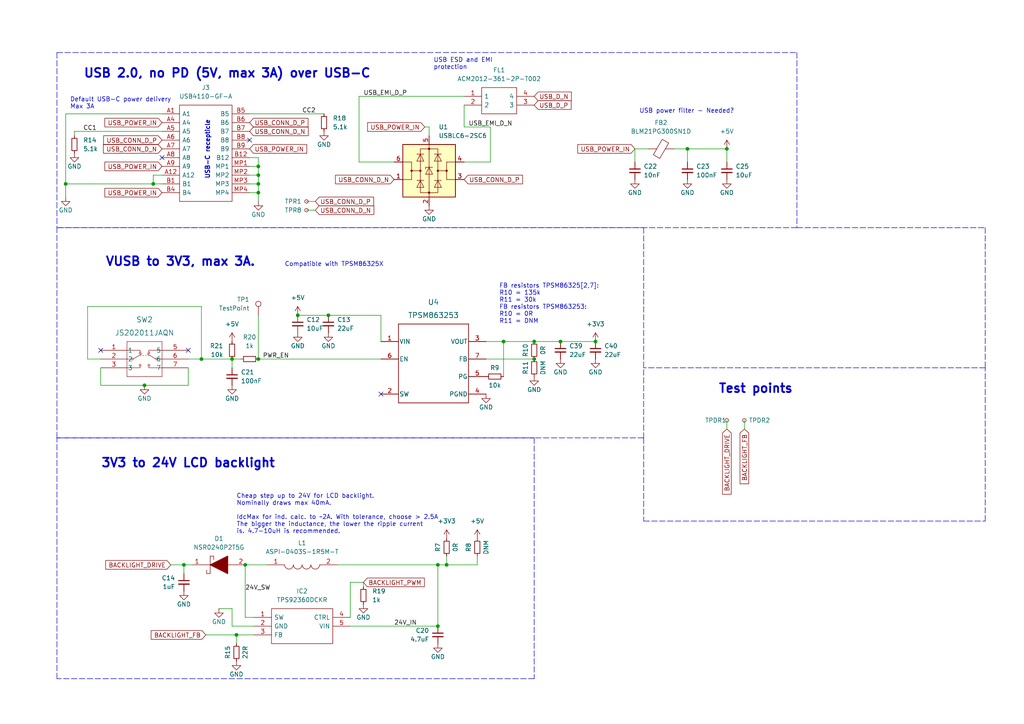
<source format=kicad_sch>
(kicad_sch (version 20211123) (generator eeschema)
  (paper "A4")
  (lib_symbols
    (symbol "Connector:TestPoint" (pin_numbers hide) (pin_names (offset 0.762) hide)
      (property "Reference" "TP" (at 0 6.858 0))
      (property "Value" "TestPoint" (at 0 5.08 0))
      (symbol "TestPoint_0_1"
        (circle (center 0 3.302) (radius 0.762))
      )
      (symbol "TestPoint_1_1"
        (pin passive line (at 0 0 90) (length 2.54) (name "1") (number "1"))
      )
    )
    (symbol "Connector:TestPoint_Small" (pin_numbers hide) (pin_names (offset 0.762) hide)
      (property "Reference" "TP" (at 0 3.81 0))
      (property "Value" "TestPoint_Small" (at 0 2.032 0))
      (symbol "TestPoint_Small_0_1"
        (circle (center 0 0) (radius 0.508))
      )
      (symbol "TestPoint_Small_1_1"
        (pin passive line (at 0 0 90) (length 0) (name "1") (number "1"))
      )
    )
    (symbol "Device:C_Small" (pin_numbers hide) (pin_names (offset 0.254) hide)
      (property "Reference" "C" (at 0.254 1.778 0))
      (property "Value" "C_Small" (at 0.254 -2.032 0))
      (symbol "C_Small_0_1"
        (polyline (pts (xy -1.524 -0.508) (xy 1.524 -0.508)) (stroke (width 0.3302)))
        (polyline (pts (xy -1.524 0.508) (xy 1.524 0.508)) (stroke (width 0.3048)))
      )
      (symbol "C_Small_1_1"
        (pin passive line (at 0 2.54 270) (length 2.032) (name "~") (number "1"))
        (pin passive line (at 0 -2.54 90) (length 2.032) (name "~") (number "2"))
      )
    )
    (symbol "Device:FerriteBead" (pin_numbers hide) (pin_names (offset 0))
      (property "Reference" "FB" (at -3.81 0.635 90))
      (property "Value" "FerriteBead" (at 3.81 0 90))
      (symbol "FerriteBead_0_1"
        (polyline (pts (xy 0 -1.27) (xy 0 -1.2192)))
        (polyline (pts (xy 0 1.27) (xy 0 1.2954)))
        (polyline (pts (xy -2.7686 0.4064) (xy -1.7018 2.2606) (xy 2.7686 -0.3048) (xy 1.6764 -2.159) (xy -2.7686 0.4064)))
      )
      (symbol "FerriteBead_1_1"
        (pin passive line (at 0 3.81 270) (length 2.54) (name "~") (number "1"))
        (pin passive line (at 0 -3.81 90) (length 2.54) (name "~") (number "2"))
      )
    )
    (symbol "Device:R_Small" (pin_numbers hide) (pin_names (offset 0.254) hide)
      (property "Reference" "R" (at 0.762 0.508 0))
      (property "Value" "R_Small" (at 0.762 -1.016 0))
      (symbol "R_Small_0_1"
        (rectangle (start -0.762 1.778) (end 0.762 -1.778) (stroke (width 0.2032)))
      )
      (symbol "R_Small_1_1"
        (pin passive line (at 0 2.54 270) (length 0.762) (name "~") (number "1"))
        (pin passive line (at 0 -2.54 90) (length 0.762) (name "~") (number "2"))
      )
    )
    (symbol "JS202011JAQN:JS202011JAQN" (pin_names (offset 0.254))
      (property "Reference" "SW" (at 12.7 7.62 0))
      (property "Value" "JS202011JAQN" (at 12.7 5.08 0))
      (symbol "JS202011JAQN_0_1"
        (polyline (pts (xy 7.62 -7.62) (xy 17.78 -7.62)) (stroke (width 0.127)))
        (polyline (pts (xy 7.62 -5.08) (xy 11.43 -5.08)) (stroke (width 0.127)))
        (polyline (pts (xy 7.62 -2.54) (xy 8.89 -2.54)) (stroke (width 0.127)))
        (polyline (pts (xy 7.62 0) (xy 11.43 0)) (stroke (width 0.127)))
        (polyline (pts (xy 7.62 2.54) (xy 7.62 -7.62)) (stroke (width 0.127)))
        (polyline (pts (xy 9.398 -2.54) (xy 11.938 -1.016)) (stroke (width 0.127)))
        (polyline (pts (xy 11.43 -4.572) (xy 11.43 -5.08)) (stroke (width 0.127)))
        (polyline (pts (xy 11.43 -1.524) (xy 11.684 -1.524)) (stroke (width 0.127)))
        (polyline (pts (xy 11.43 0) (xy 11.43 -0.508)) (stroke (width 0.127)))
        (polyline (pts (xy 12.192 -1.524) (xy 12.446 -1.524)) (stroke (width 0.127)))
        (polyline (pts (xy 12.954 -1.524) (xy 13.208 -1.524)) (stroke (width 0.127)))
        (polyline (pts (xy 13.716 -1.524) (xy 13.97 -1.524)) (stroke (width 0.127)))
        (polyline (pts (xy 13.97 -4.572) (xy 13.97 -5.08)) (stroke (width 0.127)))
        (polyline (pts (xy 13.97 0) (xy 13.97 -0.508)) (stroke (width 0.127)))
        (polyline (pts (xy 16.002 -2.54) (xy 13.462 -1.016)) (stroke (width 0.127)))
        (polyline (pts (xy 17.78 -7.62) (xy 17.78 2.54)) (stroke (width 0.127)))
        (polyline (pts (xy 17.78 -5.08) (xy 13.97 -5.08)) (stroke (width 0.127)))
        (polyline (pts (xy 17.78 -2.54) (xy 16.51 -2.54)) (stroke (width 0.127)))
        (polyline (pts (xy 17.78 0) (xy 13.97 0)) (stroke (width 0.127)))
        (polyline (pts (xy 17.78 2.54) (xy 7.62 2.54)) (stroke (width 0.127)))
        (circle (center 9.144 -2.54) (radius 0.254) (stroke (width 0.127)))
        (circle (center 11.43 -4.318) (radius 0.254) (stroke (width 0.127)))
        (circle (center 11.43 -0.762) (radius 0.254) (stroke (width 0.127)))
        (circle (center 13.97 -4.318) (radius 0.254) (stroke (width 0.127)))
        (circle (center 13.97 -0.762) (radius 0.254) (stroke (width 0.127)))
        (circle (center 16.256 -2.54) (radius 0.254) (stroke (width 0.127)))
        (pin unspecified line (at 0 0 0) (length 7.62) (name "1") (number "1"))
        (pin unspecified line (at 0 -2.54 0) (length 7.62) (name "2") (number "2"))
        (pin unspecified line (at 0 -5.08 0) (length 7.62) (name "3") (number "3"))
        (pin unspecified line (at 25.4 0 180) (length 7.62) (name "5") (number "5"))
        (pin unspecified line (at 25.4 -2.54 180) (length 7.62) (name "6") (number "6"))
        (pin unspecified line (at 25.4 -5.08 180) (length 7.62) (name "7") (number "7"))
      )
    )
    (symbol "Power_Protection:USBLC6-2SC6" (pin_names hide)
      (property "Reference" "U" (at 2.54 8.89 0))
      (property "Value" "USBLC6-2SC6" (at 2.54 -8.89 0))
      (symbol "USBLC6-2SC6_0_1"
        (rectangle (start -7.62 -7.62) (end 7.62 7.62) (stroke (width 0.254)) (fill (type background)))
        (circle (center -5.08 0) (radius 0.254) (fill (type outline)))
        (circle (center -2.54 0) (radius 0.254) (fill (type outline)))
        (rectangle (start -2.54 6.35) (end 2.54 -6.35))
        (circle (center 0 -6.35) (radius 0.254) (fill (type outline)))
        (polyline (pts (xy -5.08 -2.54) (xy -7.62 -2.54)))
        (polyline (pts (xy -5.08 0) (xy -5.08 -2.54)))
        (polyline (pts (xy -5.08 2.54) (xy -7.62 2.54)))
        (polyline (pts (xy -1.524 -2.794) (xy -3.556 -2.794)))
        (polyline (pts (xy -1.524 4.826) (xy -3.556 4.826)))
        (polyline (pts (xy 0 -7.62) (xy 0 -6.35)))
        (polyline (pts (xy 0 -6.35) (xy 0 1.27)))
        (polyline (pts (xy 0 1.27) (xy 0 6.35)))
        (polyline (pts (xy 0 6.35) (xy 0 7.62)))
        (polyline (pts (xy 1.524 -2.794) (xy 3.556 -2.794)))
        (polyline (pts (xy 1.524 4.826) (xy 3.556 4.826)))
        (polyline (pts (xy 5.08 -2.54) (xy 7.62 -2.54)))
        (polyline (pts (xy 5.08 0) (xy 5.08 -2.54)))
        (polyline (pts (xy 5.08 2.54) (xy 7.62 2.54)))
        (polyline (pts (xy -2.54 0) (xy -5.08 0) (xy -5.08 2.54)))
        (polyline (pts (xy 2.54 0) (xy 5.08 0) (xy 5.08 2.54)))
        (polyline (pts (xy -3.556 -4.826) (xy -1.524 -4.826) (xy -2.54 -2.794) (xy -3.556 -4.826)))
        (polyline (pts (xy -3.556 2.794) (xy -1.524 2.794) (xy -2.54 4.826) (xy -3.556 2.794)))
        (polyline (pts (xy -1.016 -1.016) (xy 1.016 -1.016) (xy 0 1.016) (xy -1.016 -1.016)))
        (polyline (pts (xy 1.016 1.016) (xy 0.762 1.016) (xy -1.016 1.016) (xy -1.016 0.508)))
        (polyline (pts (xy 3.556 -4.826) (xy 1.524 -4.826) (xy 2.54 -2.794) (xy 3.556 -4.826)))
        (polyline (pts (xy 3.556 2.794) (xy 1.524 2.794) (xy 2.54 4.826) (xy 3.556 2.794)))
        (circle (center 0 6.35) (radius 0.254) (fill (type outline)))
        (circle (center 2.54 0) (radius 0.254) (fill (type outline)))
        (circle (center 5.08 0) (radius 0.254) (fill (type outline)))
      )
      (symbol "USBLC6-2SC6_1_1"
        (pin passive line (at -10.16 -2.54 0) (length 2.54) (name "I/O1") (number "1"))
        (pin passive line (at 0 -10.16 90) (length 2.54) (name "GND") (number "2"))
        (pin passive line (at 10.16 -2.54 180) (length 2.54) (name "I/O2") (number "3"))
        (pin passive line (at 10.16 2.54 180) (length 2.54) (name "I/O2") (number "4"))
        (pin passive line (at 0 10.16 270) (length 2.54) (name "VBUS") (number "5"))
        (pin passive line (at -10.16 2.54 0) (length 2.54) (name "I/O1") (number "6"))
      )
    )
    (symbol "SamacSys_Parts:ACM2012-201-2P-T001" (pin_names (offset 0.762))
      (property "Reference" "FL" (at 16.51 7.62 0))
      (property "Value" "ACM2012-201-2P-T001" (at 16.51 5.08 0))
      (symbol "ACM2012-201-2P-T001_0_0"
        (pin passive line (at 0 0 0) (length 5.08) (name "1") (number "1"))
        (pin passive line (at 0 -2.54 0) (length 5.08) (name "2") (number "2"))
        (pin passive line (at 20.32 -2.54 180) (length 5.08) (name "3") (number "3"))
        (pin passive line (at 20.32 0 180) (length 5.08) (name "4") (number "4"))
      )
      (symbol "ACM2012-201-2P-T001_0_1"
        (polyline (pts (xy 5.08 2.54) (xy 15.24 2.54) (xy 15.24 -5.08) (xy 5.08 -5.08) (xy 5.08 2.54)) (stroke (width 0.1524)))
      )
    )
    (symbol "SamacSys_Parts:ASPI-0403S-332M-T" (pin_names (offset 0.762))
      (property "Reference" "L" (at 16.51 6.35 0))
      (property "Value" "ASPI-0403S-332M-T" (at 16.51 3.81 0))
      (symbol "ASPI-0403S-332M-T_0_0"
        (pin passive line (at 0 0 0) (length 5.08) (name "~") (number "1"))
        (pin passive line (at 20.32 0 180) (length 5.08) (name "~") (number "2"))
      )
      (symbol "ASPI-0403S-332M-T_0_1"
        (arc (start 5.08 0) (mid 6.35 -1.3218) (end 7.62 0) (stroke (width 0.1524)))
        (arc (start 7.62 0) (mid 8.89 -1.3218) (end 10.16 0) (stroke (width 0.1524)))
        (arc (start 10.16 0) (mid 11.43 -1.3218) (end 12.7 0) (stroke (width 0.1524)))
        (arc (start 12.7 0) (mid 13.97 -1.3218) (end 15.24 0) (stroke (width 0.1524)))
      )
    )
    (symbol "SamacSys_Parts:NSR0240P2T5G" (pin_names (offset 0.762))
      (property "Reference" "D" (at 12.7 8.89 0))
      (property "Value" "NSR0240P2T5G" (at 12.7 6.35 0))
      (symbol "NSR0240P2T5G_0_0"
        (pin passive line (at 2.54 0 0) (length 2.54) (name "~") (number "1"))
        (pin passive line (at 17.78 0 180) (length 2.54) (name "~") (number "2"))
      )
      (symbol "NSR0240P2T5G_0_1"
        (polyline (pts (xy 5.08 0) (xy 7.62 0)) (stroke (width 0.1524)))
        (polyline (pts (xy 7.62 2.54) (xy 7.62 -2.54)) (stroke (width 0.1524)))
        (polyline (pts (xy 12.7 0) (xy 15.24 0)) (stroke (width 0.1524)))
        (polyline (pts (xy 7.62 -2.54) (xy 6.604 -2.54) (xy 6.604 -1.524)) (stroke (width 0.1524)))
        (polyline (pts (xy 7.62 2.54) (xy 8.636 2.54) (xy 8.636 1.524)) (stroke (width 0.1524)))
        (polyline (pts (xy 7.62 0) (xy 12.7 2.54) (xy 12.7 -2.54) (xy 7.62 0)) (stroke (width 0.254)) (fill (type outline)))
      )
    )
    (symbol "SamacSys_Parts:TPS92360DCKR" (pin_names (offset 0.762))
      (property "Reference" "IC" (at 24.13 7.62 0))
      (property "Value" "TPS92360DCKR" (at 24.13 5.08 0))
      (symbol "TPS92360DCKR_0_0"
        (pin passive line (at 0 0 0) (length 5.08) (name "SW") (number "1"))
        (pin passive line (at 0 -2.54 0) (length 5.08) (name "GND") (number "2"))
        (pin passive line (at 0 -5.08 0) (length 5.08) (name "FB") (number "3"))
        (pin passive line (at 27.94 0 180) (length 5.08) (name "CTRL") (number "4"))
        (pin passive line (at 27.94 -2.54 180) (length 5.08) (name "VIN") (number "5"))
      )
      (symbol "TPS92360DCKR_0_1"
        (polyline (pts (xy 5.08 2.54) (xy 22.86 2.54) (xy 22.86 -7.62) (xy 5.08 -7.62) (xy 5.08 2.54)) (stroke (width 0.1524)))
      )
    )
    (symbol "SamacSys_Parts:USB4110-GF-A" (pin_names (offset 0.762))
      (property "Reference" "J" (at 21.59 7.62 0))
      (property "Value" "USB4110-GF-A" (at 21.59 5.08 0))
      (symbol "USB4110-GF-A_0_0"
        (pin passive line (at 0 0 0) (length 5.08) (name "A1") (number "A1"))
        (pin passive line (at 0 -17.78 0) (length 5.08) (name "A12") (number "A12"))
        (pin passive line (at 0 -2.54 0) (length 5.08) (name "A4") (number "A4"))
        (pin passive line (at 0 -5.08 0) (length 5.08) (name "A5") (number "A5"))
        (pin passive line (at 0 -7.62 0) (length 5.08) (name "A6") (number "A6"))
        (pin passive line (at 0 -10.16 0) (length 5.08) (name "A7") (number "A7"))
        (pin passive line (at 0 -12.7 0) (length 5.08) (name "A8") (number "A8"))
        (pin passive line (at 0 -15.24 0) (length 5.08) (name "A9") (number "A9"))
        (pin passive line (at 0 -20.32 0) (length 5.08) (name "B1") (number "B1"))
        (pin passive line (at 25.4 -12.7 180) (length 5.08) (name "B12") (number "B12"))
        (pin passive line (at 0 -22.86 0) (length 5.08) (name "B4") (number "B4"))
        (pin passive line (at 25.4 0 180) (length 5.08) (name "B5") (number "B5"))
        (pin passive line (at 25.4 -2.54 180) (length 5.08) (name "B6") (number "B6"))
        (pin passive line (at 25.4 -5.08 180) (length 5.08) (name "B7") (number "B7"))
        (pin passive line (at 25.4 -7.62 180) (length 5.08) (name "B8") (number "B8"))
        (pin passive line (at 25.4 -10.16 180) (length 5.08) (name "B9") (number "B9"))
        (pin passive line (at 25.4 -15.24 180) (length 5.08) (name "MP1") (number "MP1"))
        (pin passive line (at 25.4 -17.78 180) (length 5.08) (name "MP2") (number "MP2"))
        (pin passive line (at 25.4 -20.32 180) (length 5.08) (name "MP3") (number "MP3"))
        (pin passive line (at 25.4 -22.86 180) (length 5.08) (name "MP4") (number "MP4"))
      )
      (symbol "USB4110-GF-A_0_1"
        (polyline (pts (xy 5.08 2.54) (xy 20.32 2.54) (xy 20.32 -25.4) (xy 5.08 -25.4) (xy 5.08 2.54)) (stroke (width 0.1524)))
      )
    )
    (symbol "power:+3V3" (power) (pin_names (offset 0))
      (property "Value" "+3V3" (at 0 3.556 0))
      (symbol "+3V3_0_1"
        (polyline (pts (xy -0.762 1.27) (xy 0 2.54)))
        (polyline (pts (xy 0 0) (xy 0 2.54)))
        (polyline (pts (xy 0 2.54) (xy 0.762 1.27)))
      )
      (symbol "+3V3_1_1"
        (pin power_in line (at 0 0 90) (length 0) hide (name "+3V3") (number "1"))
      )
    )
    (symbol "power:+5V" (power) (pin_names (offset 0))
      (property "Value" "+5V" (at 0 3.556 0))
      (symbol "+5V_0_1"
        (polyline (pts (xy -0.762 1.27) (xy 0 2.54)))
        (polyline (pts (xy 0 0) (xy 0 2.54)))
        (polyline (pts (xy 0 2.54) (xy 0.762 1.27)))
      )
      (symbol "+5V_1_1"
        (pin power_in line (at 0 0 90) (length 0) hide (name "+5V") (number "1"))
      )
    )
    (symbol "power:GND" (power) (pin_names (offset 0))
      (property "Value" "GND" (at 0 -3.81 0))
      (symbol "GND_0_1"
        (polyline (pts (xy 0 0) (xy 0 -1.27) (xy 1.27 -1.27) (xy 0 -2.54) (xy -1.27 -1.27) (xy 0 -1.27)))
      )
      (symbol "GND_1_1"
        (pin power_in line (at 0 0 270) (length 0) hide (name "GND") (number "1"))
      )
    )
    (symbol "ul_PTPSM863252RDXR:PTPSM863252RDXR" (pin_names (offset 0.254))
      (property "Reference" "U" (at 0 2.54 0))
      (property "Value" "PTPSM863252RDXR" (at 0 0 0))
      (symbol "PTPSM863252RDXR_0_1"
        (polyline (pts (xy 5.08 -17.78) (xy 25.4 -17.78)) (stroke (width 0.2032)))
        (polyline (pts (xy 5.08 5.08) (xy 5.08 -17.78)) (stroke (width 0.2032)))
        (polyline (pts (xy 25.4 -17.78) (xy 25.4 5.08)) (stroke (width 0.2032)))
        (polyline (pts (xy 25.4 5.08) (xy 5.08 5.08)) (stroke (width 0.2032)))
        (pin power_in line (at 0 0 0) (length 5.08) (name "VIN") (number "1"))
        (pin unspecified line (at 0 -15.24 0) (length 5.08) (name "SW") (number "2"))
        (pin power_in line (at 30.48 0 180) (length 5.08) (name "VOUT") (number "3"))
        (pin power_in line (at 30.48 -15.24 180) (length 5.08) (name "PGND") (number "4"))
        (pin open_collector line (at 30.48 -10.16 180) (length 5.08) (name "PG") (number "5"))
        (pin input line (at 0 -5.08 0) (length 5.08) (name "EN") (number "6"))
        (pin unspecified line (at 30.48 -5.08 180) (length 5.08) (name "FB") (number "7"))
      )
    )
  )
  (junction (at 146.05 99.06))
  (junction (at 129.54 163.83))
  (junction (at 19.05 53.34))
  (junction (at 210.82 43.18))
  (junction (at 41.91 111.76))
  (junction (at 74.93 50.8))
  (junction (at 74.93 55.88))
  (junction (at 74.93 48.26))
  (junction (at 127 163.83))
  (junction (at 53.34 163.83))
  (junction (at 44.45 53.34))
  (junction (at 74.93 53.34))
  (junction (at 86.36 91.44))
  (junction (at 67.31 104.14))
  (junction (at 58.42 104.14))
  (junction (at 162.56 99.06))
  (junction (at 199.39 43.18))
  (junction (at 95.25 91.44))
  (junction (at 74.93 104.14))
  (junction (at 68.58 184.15))
  (junction (at 154.94 104.14))
  (junction (at 71.12 163.83))
  (junction (at 127 181.61))
  (junction (at 172.72 99.06))
  (junction (at 154.94 99.06))
  (no_connect (at 110.49 114.3))
  (no_connect (at 72.39 40.64))
  (no_connect (at 46.99 45.72))
  (no_connect (at 29.21 101.6))
  (no_connect (at 54.61 101.6))
  (polyline (pts (xy 186.69 127) (xy 16.51 127)))
  (wire (pts (xy 72.39 33.02) (xy 93.98 33.02)))
  (wire (pts (xy 63.5 176.53) (xy 67.31 176.53)))
  (wire (pts (xy 19.05 53.34) (xy 19.05 33.02)))
  (wire (pts (xy 71.12 179.07) (xy 73.66 179.07)))
  (wire (pts (xy 72.39 53.34) (xy 74.93 53.34)))
  (polyline (pts (xy 285.75 151.13) (xy 285.75 106.68)))
  (wire (pts (xy 127 163.83) (xy 129.54 163.83)))
  (polyline (pts (xy 154.94 196.85) (xy 16.51 196.85)))
  (wire (pts (xy 215.9 121.92) (xy 215.9 124.46)))
  (wire (pts (xy 74.93 53.34) (xy 74.93 50.8)))
  (polyline (pts (xy 231.14 66.04) (xy 16.51 66.04)))
  (wire (pts (xy 72.39 50.8) (xy 74.93 50.8)))
  (wire (pts (xy 67.31 181.61) (xy 73.66 181.61)))
  (wire (pts (xy 72.39 48.26) (xy 74.93 48.26)))
  (wire (pts (xy 129.54 163.83) (xy 129.54 161.29)))
  (wire (pts (xy 210.82 43.18) (xy 199.39 43.18)))
  (wire (pts (xy 68.58 186.69) (xy 68.58 184.15)))
  (wire (pts (xy 19.05 33.02) (xy 46.99 33.02)))
  (wire (pts (xy 74.93 104.14) (xy 110.49 104.14)))
  (wire (pts (xy 53.34 163.83) (xy 55.88 163.83)))
  (wire (pts (xy 44.45 53.34) (xy 46.99 53.34)))
  (wire (pts (xy 86.36 91.44) (xy 95.25 91.44)))
  (wire (pts (xy 74.93 55.88) (xy 74.93 53.34)))
  (wire (pts (xy 29.21 111.76) (xy 29.21 106.68)))
  (wire (pts (xy 95.25 91.44) (xy 110.49 91.44)))
  (wire (pts (xy 210.82 121.92) (xy 210.82 124.46)))
  (wire (pts (xy 142.24 46.99) (xy 142.24 36.83)))
  (wire (pts (xy 123.19 36.83) (xy 124.46 36.83)))
  (wire (pts (xy 114.3 46.99) (xy 104.14 46.99)))
  (wire (pts (xy 146.05 99.06) (xy 140.97 99.06)))
  (polyline (pts (xy 16.51 127) (xy 154.94 127)))
  (wire (pts (xy 91.44 58.42) (xy 88.9 58.42)))
  (wire (pts (xy 110.49 91.44) (xy 110.49 99.06)))
  (wire (pts (xy 54.61 104.14) (xy 58.42 104.14)))
  (polyline (pts (xy 285.75 66.04) (xy 285.75 106.68)))
  (polyline (pts (xy 16.51 66.04) (xy 186.69 66.04)))
  (polyline (pts (xy 186.69 66.04) (xy 186.69 127)))
  (wire (pts (xy 67.31 104.14) (xy 67.31 106.68)))
  (wire (pts (xy 104.14 27.94) (xy 134.62 27.94)))
  (wire (pts (xy 58.42 88.9) (xy 25.4 88.9)))
  (wire (pts (xy 74.93 58.42) (xy 74.93 55.88)))
  (wire (pts (xy 77.47 163.83) (xy 71.12 163.83)))
  (wire (pts (xy 127 181.61) (xy 101.6 181.61)))
  (polyline (pts (xy 231.14 15.24) (xy 231.14 66.04)))
  (wire (pts (xy 124.46 36.83) (xy 124.46 39.37)))
  (polyline (pts (xy 285.75 106.68) (xy 186.69 106.68)))
  (polyline (pts (xy 186.69 151.13) (xy 285.75 151.13)))
  (polyline (pts (xy 16.51 15.24) (xy 16.51 66.04)))
  (wire (pts (xy 21.59 38.1) (xy 21.59 39.37)))
  (wire (pts (xy 25.4 88.9) (xy 25.4 104.14)))
  (wire (pts (xy 142.24 36.83) (xy 134.62 36.83)))
  (wire (pts (xy 54.61 111.76) (xy 54.61 106.68)))
  (wire (pts (xy 68.58 184.15) (xy 73.66 184.15)))
  (wire (pts (xy 140.97 104.14) (xy 154.94 104.14)))
  (polyline (pts (xy 16.51 15.24) (xy 231.14 15.24)))
  (wire (pts (xy 184.15 46.99) (xy 184.15 43.18)))
  (wire (pts (xy 58.42 104.14) (xy 67.31 104.14)))
  (polyline (pts (xy 186.69 127) (xy 186.69 151.13)))
  (wire (pts (xy 59.69 184.15) (xy 68.58 184.15)))
  (wire (pts (xy 104.14 46.99) (xy 104.14 27.94)))
  (wire (pts (xy 41.91 111.76) (xy 54.61 111.76)))
  (wire (pts (xy 19.05 53.34) (xy 44.45 53.34)))
  (wire (pts (xy 74.93 91.44) (xy 74.93 104.14)))
  (wire (pts (xy 129.54 163.83) (xy 138.43 163.83)))
  (wire (pts (xy 162.56 99.06) (xy 172.72 99.06)))
  (wire (pts (xy 72.39 55.88) (xy 74.93 55.88)))
  (wire (pts (xy 146.05 99.06) (xy 146.05 109.22)))
  (wire (pts (xy 44.45 50.8) (xy 44.45 53.34)))
  (wire (pts (xy 46.99 38.1) (xy 21.59 38.1)))
  (polyline (pts (xy 154.94 127) (xy 154.94 196.85)))
  (polyline (pts (xy 16.51 127) (xy 16.51 66.04)))
  (wire (pts (xy 199.39 43.18) (xy 199.39 46.99)))
  (wire (pts (xy 53.34 163.83) (xy 53.34 166.37)))
  (wire (pts (xy 101.6 168.91) (xy 105.41 168.91)))
  (wire (pts (xy 71.12 163.83) (xy 71.12 179.07)))
  (wire (pts (xy 154.94 99.06) (xy 146.05 99.06)))
  (wire (pts (xy 101.6 179.07) (xy 101.6 168.91)))
  (wire (pts (xy 67.31 104.14) (xy 69.85 104.14)))
  (wire (pts (xy 195.58 43.18) (xy 199.39 43.18)))
  (wire (pts (xy 210.82 46.99) (xy 210.82 43.18)))
  (wire (pts (xy 74.93 45.72) (xy 72.39 45.72)))
  (wire (pts (xy 138.43 163.83) (xy 138.43 161.29)))
  (wire (pts (xy 134.62 46.99) (xy 142.24 46.99)))
  (wire (pts (xy 19.05 57.15) (xy 19.05 53.34)))
  (wire (pts (xy 74.93 48.26) (xy 74.93 45.72)))
  (wire (pts (xy 74.93 50.8) (xy 74.93 48.26)))
  (wire (pts (xy 91.44 60.96) (xy 88.9 60.96)))
  (polyline (pts (xy 16.51 196.85) (xy 16.51 127)))
  (wire (pts (xy 105.41 168.91) (xy 105.41 170.18)))
  (wire (pts (xy 49.53 163.83) (xy 53.34 163.83)))
  (wire (pts (xy 127 163.83) (xy 127 181.61)))
  (wire (pts (xy 46.99 50.8) (xy 44.45 50.8)))
  (wire (pts (xy 67.31 176.53) (xy 67.31 181.61)))
  (wire (pts (xy 154.94 99.06) (xy 162.56 99.06)))
  (wire (pts (xy 134.62 36.83) (xy 134.62 30.48)))
  (wire (pts (xy 58.42 104.14) (xy 58.42 88.9)))
  (polyline (pts (xy 231.14 66.04) (xy 285.75 66.04)))
  (wire (pts (xy 184.15 43.18) (xy 187.96 43.18)))
  (wire (pts (xy 97.79 163.83) (xy 127 163.83)))
  (wire (pts (xy 41.91 111.76) (xy 29.21 111.76)))
  (wire (pts (xy 25.4 104.14) (xy 29.21 104.14)))
  (text "Test points" (at 208.28 114.3 0) (effects (font (size 2.54 2.54) (thickness 0.508) bold) (justify left bottom)))
  (text "USB ESD and EMI\nprotection" (at 125.73 20.32 0) (effects (font (size 1.27 1.27)) (justify left bottom)))
  (text "FB resistors TPSM86325[2,7]:\nR10 = 135k\nR11 = 30k\nFB resistors TPSM863253:\nR10 = 0R\nR11 = DNM" (at 144.78 93.98 0) (effects (font (size 1.27 1.27)) (justify left bottom)))
  (text "3V3 to 24V LCD backlight" (at 29.21 135.89 0) (effects (font (size 2.54 2.54) (thickness 0.508) bold) (justify left bottom)))
  (text "Compatible with TPSM86325X" (at 82.55 77.47 0) (effects (font (size 1.27 1.27)) (justify left bottom)))
  (text "USB power filter - Needed?" (at 185.42 33.02 0) (effects (font (size 1.27 1.27)) (justify left bottom)))
  (text "USB 2.0, no PD (5V, max 3A) over USB-C" (at 24.13 22.86 0) (effects (font (size 2.54 2.54) (thickness 0.508) bold) (justify left bottom)))
  (text "USB-C recepticle" (at 60.96 52.07 90) (effects (font (size 1.27 1.27) (thickness 0.254) bold) (justify left bottom)))
  (text "VUSB to 3V3, max 3A." (at 30.48 77.47 0) (effects (font (size 2.54 2.54) (thickness 0.508) bold) (justify left bottom)))
  (text "Default USB-C power delivery\nMax 3A" (at 20.32 31.75 0) (effects (font (size 1.27 1.27)) (justify left bottom)))
  (text "Cheap step up to 24V for LCD backlight. \nNominally draws max 40mA. \n\nIdcMax for ind. calc. to ~2A. With tolerance, choose > 2.5A\nThe bigger the inductance, the lower the ripple current\nis. 4.7-10uH is recommended. " (at 68.58 154.94 0) (effects (font (size 1.27 1.27)) (justify left bottom)))
  (label "24V_IN" (at 114.3 181.61 0))
  (label "PWR_EN" (at 76.2 104.14 0))
  (label "24V_SW" (at 71.12 171.45 0))
  (label "USB_EMI_D_P" (at 105.41 27.94 0))
  (label "CC1" (at 24.13 38.1 0))
  (label "USB_EMI_D_N" (at 135.89 36.83 0))
  (label "CC2" (at 87.63 33.02 0))
  (global_label "USB_CONN_D_N" (shape input) (at 72.39 38.1 0) (property "Intersheet References" "${INTERSHEET_REFS}" (effects hide)))
  (global_label "USB_CONN_D_P" (shape input) (at 72.39 35.56 0) (property "Intersheet References" "${INTERSHEET_REFS}" (effects hide)))
  (global_label "BACKLIGHT_DRIVE" (shape input) (at 49.53 163.83 180) (property "Intersheet References" "${INTERSHEET_REFS}" (effects hide)))
  (global_label "USB_POWER_IN" (shape input) (at 72.39 43.18 0) (property "Intersheet References" "${INTERSHEET_REFS}" (effects hide)))
  (global_label "USB_D_P" (shape input) (at 154.94 30.48 0) (property "Intersheet References" "${INTERSHEET_REFS}" (effects hide)))
  (global_label "USB_POWER_IN" (shape input) (at 123.19 36.83 180) (property "Intersheet References" "${INTERSHEET_REFS}" (effects hide)))
  (global_label "USB_POWER_IN" (shape input) (at 184.15 43.18 180) (property "Intersheet References" "${INTERSHEET_REFS}" (effects hide)))
  (global_label "BACKLIGHT_FB" (shape input) (at 59.69 184.15 180) (property "Intersheet References" "${INTERSHEET_REFS}" (effects hide)))
  (global_label "USB_CONN_D_N" (shape input) (at 114.3 52.07 180) (property "Intersheet References" "${INTERSHEET_REFS}" (effects hide)))
  (global_label "USB_POWER_IN" (shape input) (at 46.99 35.56 180) (property "Intersheet References" "${INTERSHEET_REFS}" (effects hide)))
  (global_label "BACKLIGHT_FB" (shape input) (at 215.9 124.46 270) (property "Intersheet References" "${INTERSHEET_REFS}" (effects hide)))
  (global_label "USB_CONN_D_P" (shape input) (at 91.44 58.42 0) (property "Intersheet References" "${INTERSHEET_REFS}" (effects hide)))
  (global_label "USB_CONN_D_N" (shape input) (at 46.99 43.18 180) (property "Intersheet References" "${INTERSHEET_REFS}" (effects hide)))
  (global_label "USB_D_N" (shape input) (at 154.94 27.94 0) (property "Intersheet References" "${INTERSHEET_REFS}" (effects hide)))
  (global_label "BACKLIGHT_DRIVE" (shape input) (at 210.82 124.46 270) (property "Intersheet References" "${INTERSHEET_REFS}" (effects hide)))
  (global_label "USB_CONN_D_N" (shape input) (at 91.44 60.96 0) (property "Intersheet References" "${INTERSHEET_REFS}" (effects hide)))
  (global_label "USB_CONN_D_P" (shape input) (at 46.99 40.64 180) (property "Intersheet References" "${INTERSHEET_REFS}" (effects hide)))
  (global_label "USB_POWER_IN" (shape input) (at 46.99 48.26 180) (property "Intersheet References" "${INTERSHEET_REFS}" (effects hide)))
  (global_label "BACKLIGHT_PWM" (shape input) (at 105.41 168.91 0) (property "Intersheet References" "${INTERSHEET_REFS}" (effects hide)))
  (global_label "USB_CONN_D_P" (shape input) (at 134.62 52.07 0) (property "Intersheet References" "${INTERSHEET_REFS}" (effects hide)))
  (global_label "USB_POWER_IN" (shape input) (at 46.99 55.88 180) (property "Intersheet References" "${INTERSHEET_REFS}" (effects hide)))
  (symbol (lib_id "Device:C_Small") (at 127 184.15 0) (mirror y) (unit 1)
    (property "Reference" "C20" (at 124.46 182.8862 0) (effects (justify left)))
    (property "Value" "4.7uF" (at 124.46 185.4262 0) (effects (justify left)))
    (property "Footprint" "Capacitor_SMD:C_0603_1608Metric" (effects hide))
    (property "LCSC" "C19666" (effects hide))
  )
  (symbol (lib_id "power:GND") (at 199.39 52.07 0) (unit 1)
    (property "Reference" "#PWR057" (effects hide))
    (property "Value" "GND" (at 199.39 55.88 0))
  )
  (symbol (lib_id "power:GND") (at 124.46 59.69 0) (unit 1)
    (property "Reference" "#PWR051" (effects hide))
    (property "Value" "GND" (at 124.46 63.5 0))
  )
  (symbol (lib_id "power:GND") (at 93.98 38.1 0) (unit 1)
    (property "Reference" "#PWR047" (effects hide))
    (property "Value" "GND" (at 93.98 41.91 0))
  )
  (symbol (lib_id "power:+3V3") (at 172.72 99.06 0) (unit 1)
    (property "Reference" "#PWR035" (effects hide))
    (property "Value" "+3V3" (at 172.72 93.98 0))
  )
  (symbol (lib_id "power:+5V") (at 86.36 91.44 0) (unit 1)
    (property "Reference" "#PWR0107" (effects hide))
    (property "Value" "+5V" (at 86.36 86.36 0))
  )
  (symbol (lib_id "Device:R_Small") (at 129.54 158.75 0) (mirror x) (unit 1)
    (property "Reference" "R7" (at 127 158.75 90))
    (property "Value" "0R" (at 132.08 158.75 90))
    (property "Footprint" "Resistor_SMD:R_0402_1005Metric" (effects hide))
    (property "LCSC" "C279984" (effects hide))
  )
  (symbol (lib_id "Device:R_Small") (at 105.41 172.72 0) (mirror y) (unit 1)
    (property "Reference" "R19" (at 107.95 171.4499 0) (effects (justify right)))
    (property "Value" "1k" (at 107.95 173.9899 0) (effects (justify right)))
    (property "Footprint" "Resistor_SMD:R_0402_1005Metric" (effects hide))
    (property "LCSC" "C279981" (effects hide))
  )
  (symbol (lib_id "SamacSys_Parts:USB4110-GF-A") (at 46.99 33.02 0) (unit 1)
    (property "Reference" "J3" (at 59.69 25.4 0))
    (property "Value" "USB4110-GF-A" (at 59.69 27.94 0))
    (property "Footprint" "USB4110GFA" (effects hide))
    (property "Datasheet" "https://gct.co/files/drawings/usb4110.pdf" (effects hide))
    (property "Description" "CONN USB 2.0 TYPE-C R/A SMT" (effects hide))
    (property "Height" "3.26" (effects hide))
    (property "Mouser Part Number" "640-USB4110-GF-A" (effects hide))
    (property "Mouser Price/Stock" "https://www.mouser.co.uk/ProductDetail/GCT/USB4110-GF-A?qs=KUoIvG%2F9IlYiZvIXQjyJeA%3D%3D" (effects hide))
    (property "Manufacturer_Name" "GCT (GLOBAL CONNECTOR TECHNOLOGY)" (effects hide))
    (property "Manufacturer_Part_Number" "USB4110-GF-A" (effects hide))
    (property "LCSC" "C5143397" (effects hide))
  )
  (symbol (lib_id "Device:R_Small") (at 154.94 101.6 0) (mirror x) (unit 1)
    (property "Reference" "R10" (at 152.4 101.6 90))
    (property "Value" "0R" (at 157.48 101.6 90))
    (property "Footprint" "Resistor_SMD:R_0402_1005Metric" (effects hide))
    (property "LCSC" "C279984" (effects hide))
  )
  (symbol (lib_id "power:GND") (at 63.5 176.53 0) (mirror y) (unit 1)
    (property "Reference" "#PWR041" (effects hide))
    (property "Value" "GND" (at 63.5 180.34 0))
  )
  (symbol (lib_id "power:GND") (at 154.94 109.22 0) (unit 1)
    (property "Reference" "#PWR090" (effects hide))
    (property "Value" "GND" (at 154.94 113.03 0))
  )
  (symbol (lib_id "Device:R_Small") (at 72.39 104.14 90) (unit 1)
    (property "Reference" "R20" (at 72.39 97.79 90))
    (property "Value" "1k" (at 72.39 100.33 90))
    (property "Footprint" "Resistor_SMD:R_0402_1005Metric" (effects hide))
    (property "LCSC" "C279981" (effects hide))
  )
  (symbol (lib_id "SamacSys_Parts:ASPI-0403S-332M-T") (at 77.47 163.83 0) (unit 1)
    (property "Reference" "L1" (at 87.63 157.48 0))
    (property "Value" "ASPI-0403S-1R5M-T" (at 87.63 160.02 0))
    (property "Footprint" "SamacSys_Parts:ASPI0403S332MT" (effects hide))
    (property "Datasheet" "https://abracon.com/Magnetics/power/ASPI-0403.pdf" (effects hide))
    (property "Description" "Fixed Inductors FIXED IND 3.3MH 80MA 11 OHM SMD" (effects hide))
    (property "Height" "2.92" (effects hide))
    (property "Mouser Part Number" "815-ASPI-0403S-1R5M" (effects hide))
    (property "Mouser Price/Stock" "https://www.mouser.co.uk/ProductDetail/ABRACON/ASPI-0403S-332M-T?qs=nwAb7ZGSLg7iIGWTVj6cew%3D%3D" (effects hide))
    (property "Manufacturer_Name" "ABRACON" (effects hide))
    (property "Manufacturer_Part_Number" "ASPI-0403S-1R5M-T" (effects hide))
    (property "LCSC" "C187216" (effects hide))
  )
  (symbol (lib_id "Device:R_Small") (at 93.98 35.56 0) (unit 1)
    (property "Reference" "R18" (at 96.52 34.2899 0) (effects (justify left)))
    (property "Value" "5.1k" (at 96.52 36.8299 0) (effects (justify left)))
    (property "Footprint" "Resistor_SMD:R_0402_1005Metric" (effects hide))
    (property "LCSC" "C258132" (effects hide))
  )
  (symbol (lib_id "SamacSys_Parts:ACM2012-201-2P-T001") (at 134.62 27.94 0) (unit 1)
    (property "Reference" "FL1" (at 144.78 20.32 0))
    (property "Value" "ACM2012-361-2P-T002" (at 144.78 22.86 0))
    (property "Footprint" "SamacSys_Parts:ACM20121022PT001" (effects hide))
    (property "Datasheet" "https://product.tdk.com/system/files/dam/doc/product/emc/emc/cmf_cmc/catalog/cmf_automotive_signal_acm2012_en.pdf" (effects hide))
    (property "Description" "Common Mode Filters / Chokes, |Z|=200 at 100MHz, L x W x T :" (effects hide))
    (property "Height" "1.3" (effects hide))
    (property "Mouser Part Number" "810-ACM20123612PT002" (effects hide))
    (property "Mouser Price/Stock" "https://www.mouser.co.uk/ProductDetail/TDK/ACM2012-201-2P-T001?qs=5GteYzHiykasKXz0gCxwDQ%3D%3D" (effects hide))
    (property "Manufacturer_Name" "TDK" (effects hide))
    (property "Manufacturer_Part_Number" "ACM2012-361-2P-T002" (effects hide))
    (property "LCSC" "C87126" (effects hide))
  )
  (symbol (lib_id "Device:R_Small") (at 154.94 106.68 0) (mirror x) (unit 1)
    (property "Reference" "R11" (at 152.4 106.68 90))
    (property "Value" "DNM" (at 157.48 106.68 90))
    (property "Footprint" "Resistor_SMD:R_0402_1005Metric" (effects hide))
    (property "LCSC" "C279984" (effects hide))
  )
  (symbol (lib_id "Device:C_Small") (at 95.25 93.98 0) (unit 1)
    (property "Reference" "C13" (at 97.79 92.7162 0) (effects (justify left)))
    (property "Value" "22uF" (at 97.79 95.2562 0) (effects (justify left)))
    (property "Footprint" "Capacitor_SMD:C_0805_2012Metric" (effects hide))
    (property "LCSC" "C45783" (effects hide))
  )
  (symbol (lib_id "ul_PTPSM863252RDXR:PTPSM863252RDXR") (at 110.49 99.06 0) (unit 1)
    (property "Reference" "U4" (at 125.73 87.63 0) (effects (font (size 1.524 1.524))))
    (property "Value" "TPSM863253" (at 125.73 91.44 0) (effects (font (size 1.524 1.524))))
    (property "Footprint" "RDX0007A-MFG" (effects hide))
    (property "Datasheet" "PTPSM863252RDXR" (effects hide))
  )
  (symbol (lib_id "power:GND") (at 210.82 52.07 0) (unit 1)
    (property "Reference" "#PWR060" (effects hide))
    (property "Value" "GND" (at 210.82 55.88 0))
  )
  (symbol (lib_id "power:GND") (at 67.31 111.76 0) (unit 1)
    (property "Reference" "#PWR054" (effects hide))
    (property "Value" "GND" (at 67.31 115.57 0))
  )
  (symbol (lib_id "power:GND") (at 105.41 175.26 0) (mirror y) (unit 1)
    (property "Reference" "#PWR049" (effects hide))
    (property "Value" "GND" (at 105.41 179.07 0))
  )
  (symbol (lib_id "power:GND") (at 74.93 58.42 0) (unit 1)
    (property "Reference" "#PWR044" (effects hide))
    (property "Value" "GND" (at 74.93 62.23 0))
  )
  (symbol (lib_id "power:GND") (at 162.56 104.14 0) (unit 1)
    (property "Reference" "#PWR091" (effects hide))
    (property "Value" "GND" (at 162.56 107.95 0))
  )
  (symbol (lib_id "Device:R_Small") (at 143.51 109.22 90) (unit 1)
    (property "Reference" "R9" (at 143.51 106.68 90))
    (property "Value" "10k" (at 143.51 111.76 90))
    (property "Footprint" "Resistor_SMD:R_0402_1005Metric" (effects hide))
    (property "LCSC" "C140214" (effects hide))
  )
  (symbol (lib_id "power:GND") (at 68.58 191.77 0) (mirror y) (unit 1)
    (property "Reference" "#PWR043" (effects hide))
    (property "Value" "GND" (at 68.58 195.58 0))
  )
  (symbol (lib_id "Power_Protection:USBLC6-2SC6") (at 124.46 49.53 0) (unit 1)
    (property "Reference" "U1" (at 127.2287 36.83 0) (effects (justify left)))
    (property "Value" "USBLC6-2SC6" (at 127.2287 39.37 0) (effects (justify left)))
    (property "Footprint" "Package_TO_SOT_SMD:SOT-23-6" (effects hide))
    (property "Datasheet" "https://www.st.com/resource/en/datasheet/usblc6-2.pdf" (effects hide))
    (property "LCSC" "C5250994" (effects hide))
  )
  (symbol (lib_id "power:GND") (at 140.97 114.3 0) (unit 1)
    (property "Reference" "#PWR089" (effects hide))
    (property "Value" "GND" (at 140.97 118.11 0))
  )
  (symbol (lib_id "SamacSys_Parts:NSR0240P2T5G") (at 53.34 163.83 0) (unit 1)
    (property "Reference" "D1" (at 63.5 156.21 0))
    (property "Value" "NSR0240P2T5G" (at 63.5 158.75 0))
    (property "Footprint" "SamacSys_Parts:SODFL1006X40N" (effects hide))
    (property "Datasheet" "https://www.onsemi.com/pub/Collateral/NSR0240P2-D.PDF" (effects hide))
    (property "Description" "ON Semi 200mA, Schottky Diode, 2-Pin SOD-923 NSR0240P2T5G" (effects hide))
    (property "Height" "0.4" (effects hide))
    (property "Mouser Part Number" "863-NSR0240P2T5G" (effects hide))
    (property "Mouser Price/Stock" "https://www.mouser.co.uk/ProductDetail/onsemi/NSR0240P2T5G?qs=MmNasGTH8pKc65fDoxHKbQ%3D%3D" (effects hide))
    (property "Manufacturer_Name" "onsemi" (effects hide))
    (property "Manufacturer_Part_Number" "NSR0240P2T5G" (effects hide))
    (property "LCSC" "C896425" (effects hide))
  )
  (symbol (lib_id "Device:C_Small") (at 172.72 101.6 0) (unit 1)
    (property "Reference" "C40" (at 175.26 100.3362 0) (effects (justify left)))
    (property "Value" "22uF" (at 175.26 102.8762 0) (effects (justify left)))
    (property "Footprint" "Capacitor_SMD:C_0805_2012Metric" (effects hide))
    (property "LCSC" "C45783" (effects hide))
  )
  (symbol (lib_id "Connector:TestPoint_Small") (at 88.9 60.96 0) (unit 1)
    (property "Reference" "TPR8" (at 82.55 60.96 0) (effects (justify left)))
    (property "Value" "TestPoint_Small" (effects hide))
    (property "Footprint" "TestPoint:TestPoint_Pad_1.0x1.0mm" (effects hide))
  )
  (symbol (lib_id "power:GND") (at 41.91 111.76 0) (unit 1)
    (property "Reference" "#PWR0108" (effects hide))
    (property "Value" "GND" (at 41.91 115.57 0))
  )
  (symbol (lib_id "Device:C_Small") (at 67.31 109.22 0) (unit 1)
    (property "Reference" "C21" (at 69.85 107.9562 0) (effects (justify left)))
    (property "Value" "100nF" (at 69.85 110.4962 0) (effects (justify left)))
    (property "Footprint" "Capacitor_SMD:C_0402_1005Metric" (effects hide))
    (property "LCSC" "C1525" (effects hide))
  )
  (symbol (lib_id "Device:C_Small") (at 53.34 168.91 0) (mirror y) (unit 1)
    (property "Reference" "C14" (at 50.8 167.6462 0) (effects (justify left)))
    (property "Value" "1uF" (at 50.8 170.1862 0) (effects (justify left)))
    (property "Footprint" "Capacitor_SMD:C_0603_1608Metric" (effects hide))
    (property "LCSC" "C15849" (effects hide))
  )
  (symbol (lib_id "power:GND") (at 86.36 96.52 0) (unit 1)
    (property "Reference" "#PWR037" (effects hide))
    (property "Value" "GND" (at 86.36 100.33 0))
  )
  (symbol (lib_id "Device:R_Small") (at 21.59 41.91 0) (unit 1)
    (property "Reference" "R14" (at 24.13 40.6399 0) (effects (justify left)))
    (property "Value" "5.1k" (at 24.13 43.1799 0) (effects (justify left)))
    (property "Footprint" "Resistor_SMD:R_0402_1005Metric" (effects hide))
    (property "LCSC" "C258132" (effects hide))
  )
  (symbol (lib_id "Device:C_Small") (at 199.39 49.53 0) (unit 1)
    (property "Reference" "C23" (at 201.93 48.2662 0) (effects (justify left)))
    (property "Value" "100nF" (at 201.93 50.8062 0) (effects (justify left)))
    (property "Footprint" "Capacitor_SMD:C_0402_1005Metric" (effects hide))
    (property "LCSC" "C1525" (effects hide))
  )
  (symbol (lib_id "SamacSys_Parts:TPS92360DCKR") (at 73.66 179.07 0) (unit 1)
    (property "Reference" "IC2" (at 87.63 171.45 0))
    (property "Value" "TPS92360DCKR" (at 87.63 173.99 0))
    (property "Footprint" "SOT65P210X110-5N" (effects hide))
    (property "Datasheet" "https://www.mouser.de/ProductDetail/Texas-Instruments/TPS92360DCKR?qs=TuK3vfAjtkVCHAFNej%252BeDQ%3D%3D" (effects hide))
    (property "Description" "LED Lighting Drivers 38-V 1.2-A single channel LED backlight driver 5-SC70 -40 to 85" (effects hide))
    (property "Height" "1.1" (effects hide))
    (property "Mouser Part Number" "595-TPS92360DCKR" (effects hide))
    (property "Mouser Price/Stock" "https://www.mouser.co.uk/ProductDetail/Texas-Instruments/TPS92360DCKR?qs=TuK3vfAjtkVCHAFNej%252BeDQ%3D%3D" (effects hide))
    (property "Manufacturer_Name" "Texas Instruments" (effects hide))
    (property "Manufacturer_Part_Number" "TPS92360DCKR" (effects hide))
    (property "LCSC" "C2928788" (effects hide))
  )
  (symbol (lib_id "Connector:TestPoint_Small") (at 210.82 121.92 0) (unit 1)
    (property "Reference" "TPDR1" (at 204.47 121.92 0) (effects (justify left)))
    (property "Value" "TestPoint_Small" (effects hide))
    (property "Footprint" "TestPoint:TestPoint_Pad_1.0x1.0mm" (effects hide))
  )
  (symbol (lib_id "power:GND") (at 127 186.69 0) (mirror y) (unit 1)
    (property "Reference" "#PWR053" (effects hide))
    (property "Value" "GND" (at 127 190.5 0))
  )
  (symbol (lib_id "power:+3V3") (at 129.54 156.21 0) (unit 1)
    (property "Reference" "#PWR052" (effects hide))
    (property "Value" "+3V3" (at 129.54 151.13 0))
  )
  (symbol (lib_id "power:+5V") (at 138.43 156.21 0) (unit 1)
    (property "Reference" "#PWR088" (effects hide))
    (property "Value" "+5V" (at 138.43 151.13 0))
  )
  (symbol (lib_id "Device:C_Small") (at 184.15 49.53 0) (unit 1)
    (property "Reference" "C22" (at 186.69 48.2662 0) (effects (justify left)))
    (property "Value" "10nF" (at 186.69 50.8062 0) (effects (justify left)))
    (property "Footprint" "Capacitor_SMD:C_0402_1005Metric" (effects hide))
    (property "LCSC" "C15195" (effects hide))
  )
  (symbol (lib_id "Device:C_Small") (at 86.36 93.98 0) (unit 1)
    (property "Reference" "C12" (at 88.9 92.7162 0) (effects (justify left)))
    (property "Value" "10uF" (at 88.9 95.2562 0) (effects (justify left)))
    (property "Footprint" "Capacitor_SMD:C_0805_2012Metric" (effects hide))
    (property "LCSC" "C15850" (effects hide))
  )
  (symbol (lib_id "Connector:TestPoint_Small") (at 215.9 121.92 0) (unit 1)
    (property "Reference" "TPDR2" (at 217.17 121.92 0) (effects (justify left)))
    (property "Value" "TestPoint_Small" (effects hide))
    (property "Footprint" "TestPoint:TestPoint_Pad_1.0x1.0mm" (effects hide))
  )
  (symbol (lib_id "power:GND") (at 95.25 96.52 0) (unit 1)
    (property "Reference" "#PWR038" (effects hide))
    (property "Value" "GND" (at 95.25 100.33 0))
  )
  (symbol (lib_id "power:GND") (at 53.34 171.45 0) (mirror y) (unit 1)
    (property "Reference" "#PWR039" (effects hide))
    (property "Value" "GND" (at 53.34 175.26 0))
  )
  (symbol (lib_id "Device:FerriteBead") (at 191.77 43.18 90) (unit 1)
    (property "Reference" "FB2" (at 191.7192 35.56 90))
    (property "Value" "BLM21PG300SN1D" (at 191.7192 38.1 90))
    (property "Footprint" "Resistor_SMD:R_0805_2012Metric" (effects hide))
    (property "LCSC" "C16903" (effects hide))
    (property "Manufacturer" "Murata" (effects hide))
  )
  (symbol (lib_id "power:GND") (at 19.05 57.15 0) (unit 1)
    (property "Reference" "#PWR033" (effects hide))
    (property "Value" "GND" (at 19.05 60.96 0))
  )
  (symbol (lib_id "power:GND") (at 172.72 104.14 0) (unit 1)
    (property "Reference" "#PWR092" (effects hide))
    (property "Value" "GND" (at 172.72 107.95 0))
  )
  (symbol (lib_id "Device:R_Small") (at 67.31 101.6 0) (unit 1)
    (property "Reference" "R21" (at 64.77 100.3299 0) (effects (justify right)))
    (property "Value" "10k" (at 64.77 102.8699 0) (effects (justify right)))
    (property "Footprint" "Resistor_SMD:R_0402_1005Metric" (effects hide))
    (property "LCSC" "C140214" (effects hide))
  )
  (symbol (lib_id "Device:C_Small") (at 162.56 101.6 0) (unit 1)
    (property "Reference" "C39" (at 165.1 100.3362 0) (effects (justify left)))
    (property "Value" "22uF" (at 165.1 102.8762 0) (effects (justify left)))
    (property "Footprint" "Capacitor_SMD:C_0805_2012Metric" (effects hide))
    (property "LCSC" "C45783" (effects hide))
  )
  (symbol (lib_id "JS202011JAQN:JS202011JAQN") (at 29.21 101.6 0) (unit 1)
    (property "Reference" "SW2" (at 41.91 92.71 0) (effects (font (size 1.524 1.524))))
    (property "Value" "JS202011JAQN" (at 41.91 96.52 0) (effects (font (size 1.524 1.524))))
    (property "Footprint" "JS202011JAQN:JS202011JAQN" (effects hide))
    (property "Datasheet" "JS202011JAQN" (effects hide))
    (property "LCSC" "C221664" (effects hide))
  )
  (symbol (lib_id "power:GND") (at 21.59 44.45 0) (unit 1)
    (property "Reference" "#PWR034" (effects hide))
    (property "Value" "GND" (at 21.59 48.26 0))
  )
  (symbol (lib_id "Device:C_Small") (at 210.82 49.53 0) (unit 1)
    (property "Reference" "C25" (at 213.36 48.2662 0) (effects (justify left)))
    (property "Value" "10uF" (at 213.36 50.8062 0) (effects (justify left)))
    (property "Footprint" "Capacitor_SMD:C_0805_2012Metric" (effects hide))
    (property "LCSC" "C15850" (effects hide))
  )
  (symbol (lib_id "power:GND") (at 184.15 52.07 0) (unit 1)
    (property "Reference" "#PWR056" (effects hide))
    (property "Value" "GND" (at 184.15 55.88 0))
  )
  (symbol (lib_id "Connector:TestPoint_Small") (at 88.9 58.42 0) (unit 1)
    (property "Reference" "TPR1" (at 82.55 58.42 0) (effects (justify left)))
    (property "Value" "TestPoint_Small" (effects hide))
    (property "Footprint" "TestPoint:TestPoint_Pad_1.0x1.0mm" (effects hide))
  )
  (symbol (lib_id "power:+5V") (at 210.82 43.18 0) (unit 1)
    (property "Reference" "#PWR093" (effects hide))
    (property "Value" "+5V" (at 210.82 38.1 0))
  )
  (symbol (lib_id "Device:R_Small") (at 68.58 189.23 0) (unit 1)
    (property "Reference" "R15" (at 66.04 189.23 90))
    (property "Value" "22R" (at 71.12 189.23 90))
    (property "Footprint" "Resistor_SMD:R_0402_1005Metric" (effects hide))
    (property "LCSC" "C25092" (effects hide))
  )
  (symbol (lib_id "Device:R_Small") (at 138.43 158.75 0) (mirror x) (unit 1)
    (property "Reference" "R8" (at 135.89 158.75 90))
    (property "Value" "DNM" (at 140.97 158.75 90))
    (property "Footprint" "Resistor_SMD:R_0402_1005Metric" (effects hide))
    (property "LCSC" "C279984" (effects hide))
  )
  (symbol (lib_id "Connector:TestPoint") (at 74.93 91.44 0) (mirror y) (unit 1)
    (property "Reference" "TP1" (at 72.39 86.8679 0) (effects (justify left)))
    (property "Value" "TestPoint" (at 72.39 89.4079 0) (effects (justify left)))
    (property "Footprint" "TestPoint:TestPoint_Pad_1.0x1.0mm" (effects hide))
  )
  (symbol (lib_id "power:+5V") (at 67.31 99.06 0) (mirror y) (unit 1)
    (property "Reference" "#PWR061" (effects hide))
    (property "Value" "+5V" (at 67.31 93.98 0))
  )
)
</source>
